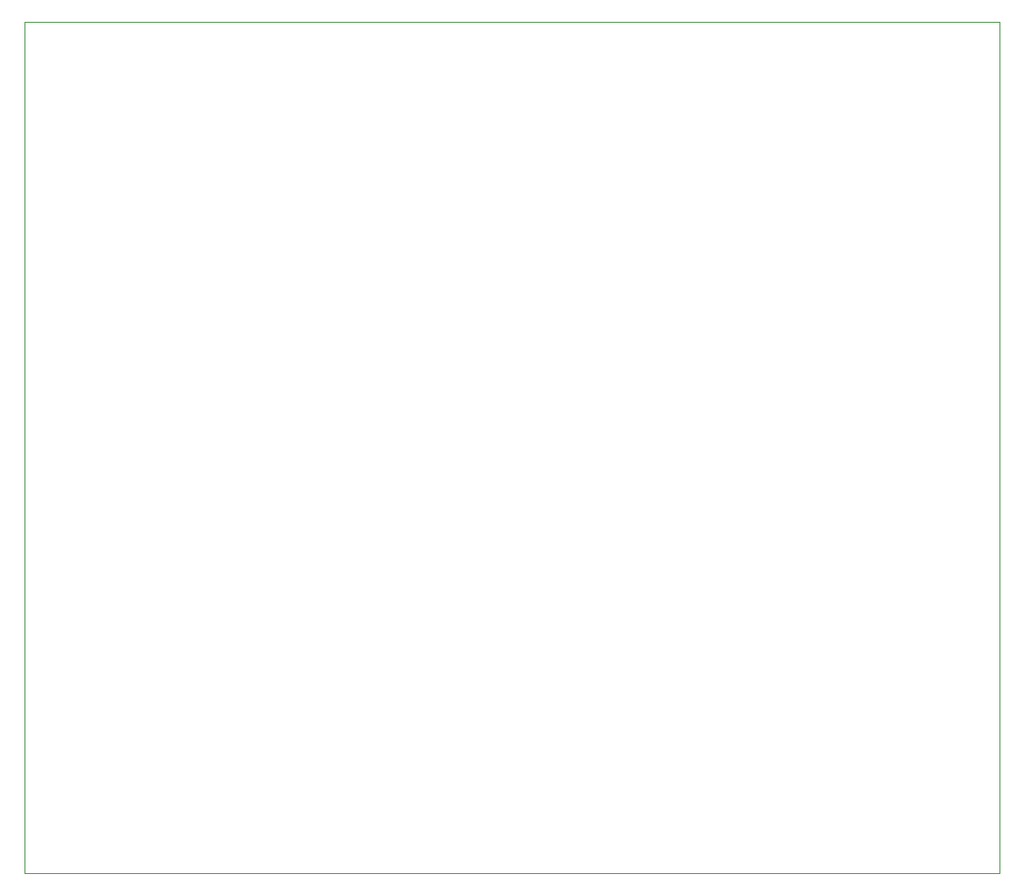
<source format=gbr>
%TF.GenerationSoftware,KiCad,Pcbnew,9.0.6*%
%TF.CreationDate,2026-01-18T01:02:47+03:00*%
%TF.ProjectId,Backup power switch 12v Module,4261636b-7570-4207-906f-776572207377,rev?*%
%TF.SameCoordinates,Original*%
%TF.FileFunction,Profile,NP*%
%FSLAX46Y46*%
G04 Gerber Fmt 4.6, Leading zero omitted, Abs format (unit mm)*
G04 Created by KiCad (PCBNEW 9.0.6) date 2026-01-18 01:02:47*
%MOMM*%
%LPD*%
G01*
G04 APERTURE LIST*
%TA.AperFunction,Profile*%
%ADD10C,0.050000*%
%TD*%
G04 APERTURE END LIST*
D10*
X89221200Y-56642000D02*
X183506000Y-56642000D01*
X183506000Y-139060300D01*
X89221200Y-139060300D01*
X89221200Y-56642000D01*
M02*

</source>
